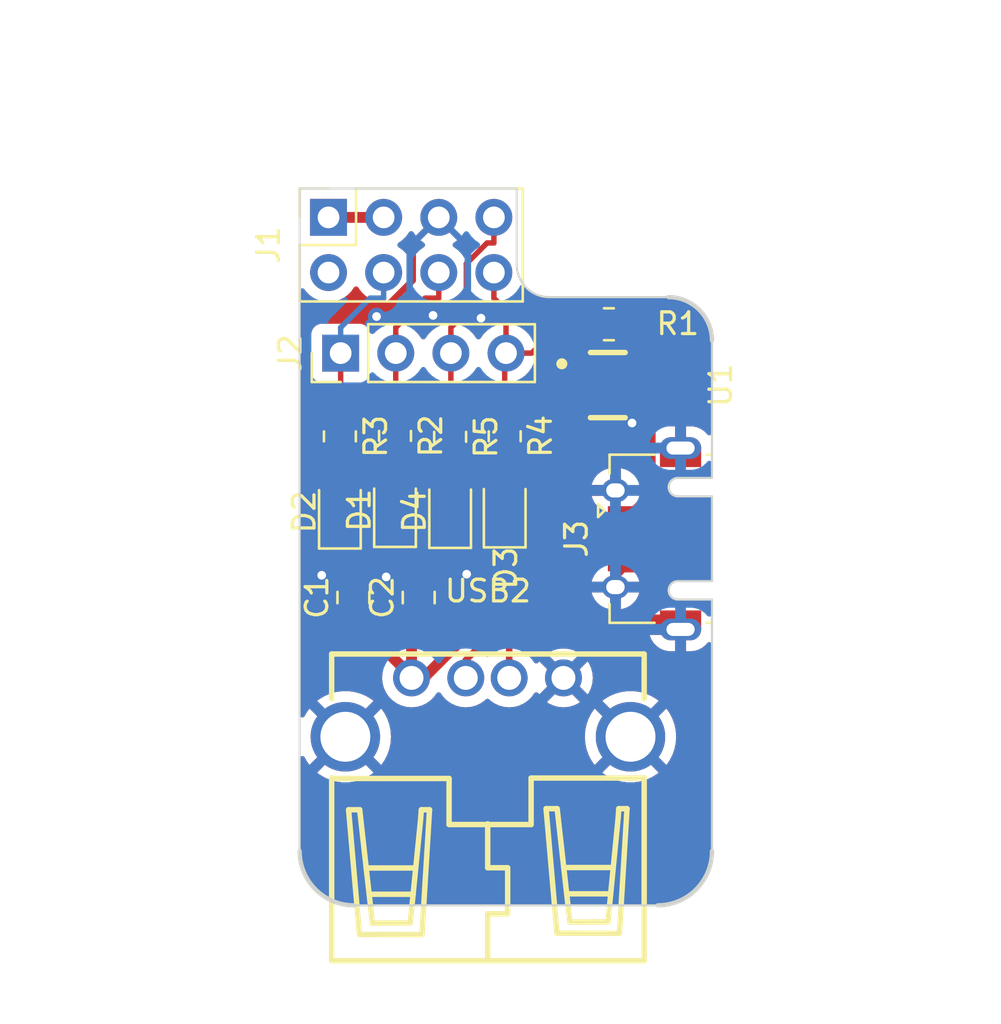
<source format=kicad_pcb>
(kicad_pcb (version 20221018) (generator pcbnew)
  (layers (0 "F.Cu" signal) (31 "B.Cu" signal) (34 "B.Paste" user) (35 "F.Paste" user) (36 "B.SilkS" user "B.Silkscreen") (37 "F.SilkS" user "F.Silkscreen") (38 "B.Mask" user) (39 "F.Mask" user) (44 "Edge.Cuts" user))
  (net 0 "")
  (net 1 "Net-(D1-A)")
  (net 2 "Net-(D2-A)")
  (net 3 "GND")
  (net 4 "/D-")
  (net 5 "/D+")
  (net 6 "Net-(D3-A)")
  (net 7 "+3V3")
  (net 8 "/GPIO4_B4")
  (net 9 "/GPIO4_B5")
  (net 10 "/GPIO4_A4")
  (net 11 "+5V")
  (net 12 "/GPIO0_D1")
  (net 13 "Net-(D4-A)")
  (net 15 "/VIN")
  (net 16 "/VOUT")
  (footprint "Resistor_SMD:R_0805_2012Metric" (layer "F.Cu") (at 66.8188 67.0484)
    (fp_text reference "R1" (at 3.1744 -0.027) (layer "F.SilkS"))
    (fp_text value "R")
    (fp_line (start -0.227064 -0.735) (end 0.227064 -0.735) (stroke (width 0.12)) (layer "F.SilkS"))
    (fp_line (start -0.227064 0.735) (end 0.227064 0.735) (stroke (width 0.12)) (layer "F.SilkS"))
    (pad "1" smd roundrect (at -0.9125 0) (size 1.025 1.4) (layers "F.Cu" "F.Paste" "F.Mask") (roundrect_rratio 0.243902) (net 10 "/GPIO4_A4"))
    (pad "2" smd roundrect (at 0.9125 0) (size 1.025 1.4) (layers "F.Cu" "F.Paste" "F.Mask") (roundrect_rratio 0.243902) (net 3 "GND"))
  )
  (footprint "LED_SMD:LED_0805_2012Metric" (layer "F.Cu") (at 59.503 75.6589 90)
    (fp_text reference "D4" (at 0 -1.65 90) (layer "F.SilkS"))
    (fp_text value "LED")
    (fp_line (start -1.685 -0.96) (end -1.685 0.96) (stroke (width 0.12)) (layer "F.SilkS"))
    (fp_line (start -1.685 0.96) (end 1 0.96) (stroke (width 0.12)) (layer "F.SilkS"))
    (fp_line (start 1 -0.96) (end -1.685 -0.96) (stroke (width 0.12)) (layer "F.SilkS"))
    (pad "1" smd roundrect (at -0.9375 0 90) (size 0.975 1.4) (layers "F.Cu" "F.Paste" "F.Mask") (net 3 "GND"))
    (pad "2" smd roundrect (at 0.9375 0 90) (size 0.975 1.4) (layers "F.Cu" "F.Paste" "F.Mask") (net 13 "Net-(D4-A)"))
  )
  (footprint "sip.pretty:TSOT-23-6_L2.9-W1.6-P0.95-LS2.8-BL" (layer "F.Cu") (at 66.7688 69.8484 -90)
    (fp_text reference "U1" (at 0 -5.2 90) (layer "F.SilkS"))
    (fp_text value "SIP32509DT-T1-GE3")
    (fp_line (start -1.5 0.8) (end -1.5 -0.8) (stroke (width 0.25)) (layer "F.SilkS"))
    (fp_line (start 1.5 -0.8) (end 1.5 0.8) (stroke (width 0.25)) (layer "F.SilkS"))
    (fp_circle (center -0.98 2.12) (end -0.85 2.12) (stroke (width 0.25)) (fill none) (layer "F.SilkS"))
    (pad "1" smd rect (at -0.95 1.2 270) (size 0.55 1.2) (layers "F.Cu" "F.Paste" "F.Mask") (net 16 "/VOUT"))
    (pad "2" smd rect (at 0 1.2 270) (size 0.55 1.2) (layers "F.Cu" "F.Paste" "F.Mask") (net 16 "/VOUT"))
    (pad "3" smd rect (at 0.95 1.2 270) (size 0.55 1.2) (layers "F.Cu" "F.Paste" "F.Mask") (net 10 "/GPIO4_A4"))
    (pad "4" smd rect (at 0.95 -1.2 270) (size 0.55 1.2) (layers "F.Cu" "F.Paste" "F.Mask") (net 3 "GND"))
    (pad "5" smd rect (at 0 -1.2 270) (size 0.55 1.2) (layers "F.Cu" "F.Paste" "F.Mask") (net 15 "/VIN"))
    (pad "6" smd rect (at -0.95 -1.2 270) (size 0.55 1.2) (layers "F.Cu" "F.Paste" "F.Mask") (net 15 "/VIN"))
  )
  (footprint "Resistor_SMD:R_0805_2012Metric" (layer "F.Cu") (at 59.503 72.2303 -90)
    (fp_text reference "R5" (at 0 -1.65 90) (layer "F.SilkS"))
    (fp_text value "R")
    (fp_line (start -0.227064 -0.735) (end 0.227064 -0.735) (stroke (width 0.12)) (layer "F.SilkS"))
    (fp_line (start -0.227064 0.735) (end 0.227064 0.735) (stroke (width 0.12)) (layer "F.SilkS"))
    (pad "1" smd roundrect (at -0.9125 0 270) (size 1.025 1.4) (layers "F.Cu" "F.Paste" "F.Mask") (roundrect_rratio 0.243902) (net 12 "/GPIO0_D1"))
    (pad "2" smd roundrect (at 0.9125 0 270) (size 1.025 1.4) (layers "F.Cu" "F.Paste" "F.Mask") (roundrect_rratio 0.243902) (net 13 "Net-(D4-A)"))
  )
  (footprint "Connector_USB:USB_Micro-AB_Molex_47590-0001" (layer "F.Cu") (at 70.1202 76.9222 90)
    (fp_text reference "J3" (at 0 -4.8 90) (layer "F.SilkS"))
    (fp_text value "USB_B_Micro")
    (fp_line (start -3.87 -3.27) (end -3.87 -1.2) (stroke (width 0.12)) (layer "F.SilkS"))
    (fp_line (start -3.87 -3.27) (end -3 -3.27) (stroke (width 0.12)) (layer "F.SilkS"))
    (fp_line (start -3.87 1.2) (end -3.87 1.45) (stroke (width 0.12)) (layer "F.SilkS"))
    (fp_line (start 1 -3.8) (end 1.6 -3.8) (stroke (width 0.12)) (layer "F.SilkS"))
    (fp_line (start 1.3 -3.5) (end 1 -3.8) (stroke (width 0.12)) (layer "F.SilkS"))
    (fp_line (start 1.3 -3.5) (end 1.6 -3.8) (stroke (width 0.12)) (layer "F.SilkS"))
    (fp_line (start 3 -3.27) (end 3.87 -3.27) (stroke (width 0.12)) (layer "F.SilkS"))
    (fp_line (start 3.87 -3.27) (end 3.87 -1.2) (stroke (width 0.12)) (layer "F.SilkS"))
    (fp_line (start 3.87 1.2) (end 3.87 1.45) (stroke (width 0.12)) (layer "F.SilkS"))
    (fp_line (start -3.75 1.45) (end -2.8 1.45) (stroke (width 0.1)) (layer "Edge.Cuts"))
    (fp_line (start -2.8 -0.125) (end -2.8 1.45) (stroke (width 0.1)) (layer "Edge.Cuts"))
    (fp_line (start -1.95 -0.125) (end -1.95 1.45) (stroke (width 0.1)) (layer "Edge.Cuts"))
    (fp_line (start -1.95 1.45) (end 1.95 1.45) (stroke (width 0.1)) (layer "Edge.Cuts"))
    (fp_line (start 1.95 -0.125) (end 1.95 1.45) (stroke (width 0.1)) (layer "Edge.Cuts"))
    (fp_line (start 2.8 -0.125) (end 2.8 1.45) (stroke (width 0.1)) (layer "Edge.Cuts"))
    (fp_line (start 2.8 1.45) (end 3.75 1.45) (stroke (width 0.1)) (layer "Edge.Cuts"))
    (fp_arc (start -2.8 -0.125) (mid -2.375 -0.55) (end -1.95 -0.125) (stroke (width 0.1)) (layer "Edge.Cuts"))
    (fp_arc (start 1.95 -0.125) (mid 2.375 -0.55) (end 2.8 -0.125) (stroke (width 0.1)) (layer "Edge.Cuts"))
    (pad "1" smd rect (at 1.3 -2.675 90) (size 0.4 1.35) (layers "F.Cu" "F.Paste" "F.Mask") (net 15 "/VIN"))
    (pad "2" smd rect (at 0.65 -2.675 90) (size 0.4 1.35) (layers "F.Cu" "F.Paste" "F.Mask") (net 4 "/D-"))
    (pad "3" smd rect (at 0 -2.675 90) (size 0.4 1.35) (layers "F.Cu" "F.Paste" "F.Mask") (net 5 "/D+"))
    (pad "4" smd rect (at -0.65 -2.675 90) (size 0.4 1.35) (layers "F.Cu" "F.Paste" "F.Mask"))
    (pad "5" smd rect (at -1.3 -2.675 90) (size 0.4 1.35) (layers "F.Cu" "F.Paste" "F.Mask") (net 3 "GND"))
    (pad "6" thru_hole oval (at -4.175 0 90) (size 1 1.9) (drill oval 0.6 1.3) (layers "*.Cu" "*.Mask") (net 3 "GND"))
    (pad "6" smd rect (at -3.7375 0 90) (size 0.875 1.9) (layers "F.Cu" "F.Mask") (net 3 "GND"))
    (pad "6" thru_hole oval (at -2.225 -3 90) (size 1.05 1.25) (drill oval 0.65 0.85) (layers "*.Cu" "*.Mask") (net 3 "GND"))
    (pad "6" smd rect (at 0 0 90) (size 2.9 1.9) (layers "F.Cu" "F.Paste" "F.Mask") (net 3 "GND"))
    (pad "6" thru_hole oval (at 2.225 -3 90) (size 1.05 1.25) (drill oval 0.65 0.85) (layers "*.Cu" "*.Mask") (net 3 "GND"))
    (pad "6" smd rect (at 3.7375 0 90) (size 0.875 1.9) (layers "F.Cu" "F.Mask") (net 3 "GND"))
    (pad "6" thru_hole oval (at 4.175 0 90) (size 1 1.9) (drill oval 0.6 1.3) (layers "*.Cu" "*.Mask") (net 3 "GND"))
  )
  (footprint "Connector_PinSocket_2.54mm:PinSocket_2x04_P2.54mm_Vertical" (layer "F.Cu") (at 53.8988 62.1284 90)
    (fp_text reference "J1" (at -1.27 -2.77 90) (layer "F.SilkS"))
    (fp_text value "Conn_02x04_Odd_Even")
    (fp_line (start -3.87 -1.33) (end -3.87 8.95) (stroke (width 0.12)) (layer "F.SilkS"))
    (fp_line (start -3.87 -1.33) (end -1.27 -1.33) (stroke (width 0.12)) (layer "F.SilkS"))
    (fp_line (start -3.87 8.95) (end 1.33 8.95) (stroke (width 0.12)) (layer "F.SilkS"))
    (fp_line (start -1.27 -1.33) (end -1.27 1.27) (stroke (width 0.12)) (layer "F.SilkS"))
    (fp_line (start -1.27 1.27) (end 1.33 1.27) (stroke (width 0.12)) (layer "F.SilkS"))
    (fp_line (start 0 -1.33) (end 1.33 -1.33) (stroke (width 0.12)) (layer "F.SilkS"))
    (fp_line (start 1.33 -1.33) (end 1.33 0) (stroke (width 0.12)) (layer "F.SilkS"))
    (fp_line (start 1.33 1.27) (end 1.33 8.95) (stroke (width 0.12)) (layer "F.SilkS"))
    (pad "1" thru_hole rect (at 0 0 90) (size 1.7 1.7) (drill 1) (layers "*.Cu" "*.Mask") (net 11 "+5V"))
    (pad "2" thru_hole oval (at -2.54 0 90) (size 1.7 1.7) (drill 1) (layers "*.Cu" "*.Mask") (net 7 "+3V3"))
    (pad "3" thru_hole oval (at 0 2.54 90) (size 1.7 1.7) (drill 1) (layers "*.Cu" "*.Mask") (net 11 "+5V"))
    (pad "4" thru_hole oval (at -2.54 2.54 90) (size 1.7 1.7) (drill 1) (layers "*.Cu" "*.Mask") (net 8 "/GPIO4_B4"))
    (pad "5" thru_hole oval (at 0 5.08 90) (size 1.7 1.7) (drill 1) (layers "*.Cu" "*.Mask") (net 3 "GND"))
    (pad "6" thru_hole oval (at -2.54 5.08 90) (size 1.7 1.7) (drill 1) (layers "*.Cu" "*.Mask") (net 9 "/GPIO4_B5"))
    (pad "7" thru_hole oval (at 0 7.62 90) (size 1.7 1.7) (drill 1) (layers "*.Cu" "*.Mask") (net 12 "/GPIO0_D1"))
    (pad "8" thru_hole oval (at -2.54 7.62 90) (size 1.7 1.7) (drill 1) (layers "*.Cu" "*.Mask") (net 10 "/GPIO4_A4"))
  )
  (footprint "Capacitor_SMD:C_0805_2012Metric" (layer "F.Cu") (at 55.0452 79.63 90)
    (fp_text reference "C1" (at 0 -1.68 90) (layer "F.SilkS"))
    (fp_text value "10uF")
    (fp_line (start -0.261252 -0.735) (end 0.261252 -0.735) (stroke (width 0.12)) (layer "F.SilkS"))
    (fp_line (start -0.261252 0.735) (end 0.261252 0.735) (stroke (width 0.12)) (layer "F.SilkS"))
    (pad "1" smd roundrect (at -0.95 0 90) (size 1 1.45) (layers "F.Cu" "F.Paste" "F.Mask") (net 16 "/VOUT"))
    (pad "2" smd roundrect (at 0.95 0 90) (size 1 1.45) (layers "F.Cu" "F.Paste" "F.Mask") (net 3 "GND"))
  )
  (footprint "LED_SMD:LED_0805_2012Metric" (layer "F.Cu") (at 56.963 75.6127 90)
    (fp_text reference "D1" (at 0 -1.65 90) (layer "F.SilkS"))
    (fp_text value "LED")
    (fp_line (start -1.685 -0.96) (end -1.685 0.96) (stroke (width 0.12)) (layer "F.SilkS"))
    (fp_line (start -1.685 0.96) (end 1 0.96) (stroke (width 0.12)) (layer "F.SilkS"))
    (fp_line (start 1 -0.96) (end -1.685 -0.96) (stroke (width 0.12)) (layer "F.SilkS"))
    (pad "1" smd roundrect (at -0.9375 0 90) (size 0.975 1.4) (layers "F.Cu" "F.Paste" "F.Mask") (net 3 "GND"))
    (pad "2" smd roundrect (at 0.9375 0 90) (size 0.975 1.4) (layers "F.Cu" "F.Paste" "F.Mask") (net 1 "Net-(D1-A)"))
  )
  (footprint "usb.pretty:USB-A-TH_AF-WJDG" (layer "F.Cu") (at 61.244 84.6881)
    (fp_text reference "USB2" (at 0 -5.36) (layer "F.SilkS"))
    (fp_text value "AF 90° WJDG")
    (fp_line (start -7.2 -2.46) (end -7.2 -0.4) (stroke (width 0.25)) (layer "F.SilkS"))
    (fp_line (start -7.2 -2.46) (end 7.2 -2.46) (stroke (width 0.25)) (layer "F.SilkS"))
    (fp_line (start -7.2 3.24) (end -7.2 11.66) (stroke (width 0.25)) (layer "F.SilkS"))
    (fp_line (start -7.2 11.66) (end 7.2 11.66) (stroke (width 0.25)) (layer "F.SilkS"))
    (fp_line (start -6.42 4.71) (end -5.91 4.71) (stroke (width 0.25)) (layer "F.SilkS"))
    (fp_line (start -5.92 10.45) (end -6.42 4.71) (stroke (width 0.25)) (layer "F.SilkS"))
    (fp_line (start -5.91 4.71) (end -5.4 9.25) (stroke (width 0.25)) (layer "F.SilkS"))
    (fp_line (start -5.61 7.39) (end -3.35 7.39) (stroke (width 0.25)) (layer "F.SilkS"))
    (fp_line (start -5.47 8.6) (end -3.44 8.6) (stroke (width 0.25)) (layer "F.SilkS"))
    (fp_line (start -5.4 9.25) (end -5.33 9.93) (stroke (width 0.25)) (layer "F.SilkS"))
    (fp_line (start -5.33 9.93) (end -3.58 9.92) (stroke (width 0.25)) (layer "F.SilkS"))
    (fp_line (start -3.58 9.92) (end -3.1 5.14) (stroke (width 0.25)) (layer "F.SilkS"))
    (fp_line (start -3.1 5.14) (end -3.07 4.71) (stroke (width 0.25)) (layer "F.SilkS"))
    (fp_line (start -3.07 4.71) (end -2.69 4.71) (stroke (width 0.25)) (layer "F.SilkS"))
    (fp_line (start -3.04 10.46) (end -5.92 10.45) (stroke (width 0.25)) (layer "F.SilkS"))
    (fp_line (start -2.69 4.71) (end -3.04 10.46) (stroke (width 0.25)) (layer "F.SilkS"))
    (fp_line (start -1.79 3.27) (end -7.19 3.27) (stroke (width 0.25)) (layer "F.SilkS"))
    (fp_line (start -1.79 5.39) (end -1.79 3.27) (stroke (width 0.25)) (layer "F.SilkS"))
    (fp_line (start -0.01 5.36) (end -0.01 7.38) (stroke (width 0.25)) (layer "F.SilkS"))
    (fp_line (start -0.01 7.38) (end 0.91 7.38) (stroke (width 0.25)) (layer "F.SilkS"))
    (fp_line (start -0.01 9.5) (end -0.01 11.53) (stroke (width 0.25)) (layer "F.SilkS"))
    (fp_line (start 0.91 7.38) (end 0.91 9.5) (stroke (width 0.25)) (layer "F.SilkS"))
    (fp_line (start 0.91 9.5) (end -0.01 9.5) (stroke (width 0.25)) (layer "F.SilkS"))
    (fp_line (start 1.99 3.25) (end 1.99 5.39) (stroke (width 0.25)) (layer "F.SilkS"))
    (fp_line (start 1.99 5.39) (end -1.79 5.39) (stroke (width 0.25)) (layer "F.SilkS"))
    (fp_line (start 2.68 4.66) (end 3.19 4.66) (stroke (width 0.25)) (layer "F.SilkS"))
    (fp_line (start 3.18 10.39) (end 2.68 4.66) (stroke (width 0.25)) (layer "F.SilkS"))
    (fp_line (start 3.19 4.66) (end 3.7 9.2) (stroke (width 0.25)) (layer "F.SilkS"))
    (fp_line (start 3.49 7.37) (end 5.75 7.37) (stroke (width 0.25)) (layer "F.SilkS"))
    (fp_line (start 3.63 8.58) (end 5.66 8.58) (stroke (width 0.25)) (layer "F.SilkS"))
    (fp_line (start 3.7 9.2) (end 3.78 9.88) (stroke (width 0.25)) (layer "F.SilkS"))
    (fp_line (start 3.78 9.88) (end 5.53 9.87) (stroke (width 0.25)) (layer "F.SilkS"))
    (fp_line (start 5.53 9.87) (end 6 5.09) (stroke (width 0.25)) (layer "F.SilkS"))
    (fp_line (start 6 5.09) (end 6.03 4.66) (stroke (width 0.25)) (layer "F.SilkS"))
    (fp_line (start 6.03 4.66) (end 6.41 4.66) (stroke (width 0.25)) (layer "F.SilkS"))
    (fp_line (start 6.06 10.4) (end 3.18 10.39) (stroke (width 0.25)) (layer "F.SilkS"))
    (fp_line (start 6.41 4.66) (end 6.06 10.4) (stroke (width 0.25)) (layer "F.SilkS"))
    (fp_line (start 7.19 3.25) (end 1.99 3.25) (stroke (width 0.25)) (layer "F.SilkS"))
    (fp_line (start 7.2 -2.46) (end 7.2 -0.4) (stroke (width 0.25)) (layer "F.SilkS"))
    (fp_line (start 7.2 3.24) (end 7.2 11.66) (stroke (width 0.25)) (layer "F.SilkS"))
    (pad "1" thru_hole circle (at -3.52 -1.36 270) (size 1.7 1.7) (drill 1.100023) (layers "*.Cu" "*.Mask") (net 16 "/VOUT"))
    (pad "2" thru_hole circle (at -1.02 -1.36 270) (size 1.7 1.7) (drill 1.100023) (layers "*.Cu" "*.Mask") (net 4 "/D-"))
    (pad "3" thru_hole circle (at 0.98 -1.36 270) (size 1.7 1.7) (drill 1.100023) (layers "*.Cu" "*.Mask") (net 5 "/D+"))
    (pad "4" thru_hole circle (at 3.48 -1.36 270) (size 1.7 1.7) (drill 1.100023) (layers "*.Cu" "*.Mask") (net 3 "GND"))
    (pad "5" thru_hole circle (at -6.57 1.35 90) (size 3.2 3.2) (drill 2.300021) (layers "*.Cu" "*.Mask") (net 3 "GND"))
    (pad "5" thru_hole circle (at 6.57 1.35 90) (size 3.2 3.2) (drill 2.300021) (layers "*.Cu" "*.Mask") (net 3 "GND"))
  )
  (footprint "Resistor_SMD:R_0805_2012Metric" (layer "F.Cu") (at 56.963 72.1879 -90)
    (fp_text reference "R2" (at 0 -1.65 90) (layer "F.SilkS"))
    (fp_text value "R")
    (fp_line (start -0.227064 -0.735) (end 0.227064 -0.735) (stroke (width 0.12)) (layer "F.SilkS"))
    (fp_line (start -0.227064 0.735) (end 0.227064 0.735) (stroke (width 0.12)) (layer "F.SilkS"))
    (pad "1" smd roundrect (at -0.9125 0 270) (size 1.025 1.4) (layers "F.Cu" "F.Paste" "F.Mask") (roundrect_rratio 0.243902) (net 9 "/GPIO4_B5"))
    (pad "2" smd roundrect (at 0.9125 0 270) (size 1.025 1.4) (layers "F.Cu" "F.Paste" "F.Mask") (roundrect_rratio 0.243902) (net 1 "Net-(D1-A)"))
  )
  (footprint "Resistor_SMD:R_0805_2012Metric" (layer "F.Cu") (at 62.0176 72.2049 -90)
    (fp_text reference "R4" (at 0 -1.65 90) (layer "F.SilkS"))
    (fp_text value "R")
    (fp_line (start -0.227064 -0.735) (end 0.227064 -0.735) (stroke (width 0.12)) (layer "F.SilkS"))
    (fp_line (start -0.227064 0.735) (end 0.227064 0.735) (stroke (width 0.12)) (layer "F.SilkS"))
    (pad "1" smd roundrect (at -0.9125 0 270) (size 1.025 1.4) (layers "F.Cu" "F.Paste" "F.Mask") (roundrect_rratio 0.243902) (net 10 "/GPIO4_A4"))
    (pad "2" smd roundrect (at 0.9125 0 270) (size 1.025 1.4) (layers "F.Cu" "F.Paste" "F.Mask") (roundrect_rratio 0.243902) (net 6 "Net-(D3-A)"))
  )
  (footprint "LED_SMD:LED_0805_2012Metric" (layer "F.Cu") (at 54.423 75.6866 90)
    (fp_text reference "D2" (at 0 -1.65 90) (layer "F.SilkS"))
    (fp_text value "LED")
    (fp_line (start -1.685 -0.96) (end -1.685 0.96) (stroke (width 0.12)) (layer "F.SilkS"))
    (fp_line (start -1.685 0.96) (end 1 0.96) (stroke (width 0.12)) (layer "F.SilkS"))
    (fp_line (start 1 -0.96) (end -1.685 -0.96) (stroke (width 0.12)) (layer "F.SilkS"))
    (pad "1" smd roundrect (at -0.9375 0 90) (size 0.975 1.4) (layers "F.Cu" "F.Paste" "F.Mask") (net 3 "GND"))
    (pad "2" smd roundrect (at 0.9375 0 90) (size 0.975 1.4) (layers "F.Cu" "F.Paste" "F.Mask") (net 2 "Net-(D2-A)"))
  )
  (footprint "Connector_PinHeader_2.54mm:PinHeader_1x04_P2.54mm_Vertical" (layer "F.Cu") (at 54.4576 68.3768 90)
    (fp_text reference "J2" (at 0 -2.33 90) (layer "F.SilkS"))
    (fp_text value "Conn_01x04_Pin")
    (fp_line (start -1.33 -1.33) (end 0 -1.33) (stroke (width 0.12)) (layer "F.SilkS"))
    (fp_line (start -1.33 0) (end -1.33 -1.33) (stroke (width 0.12)) (layer "F.SilkS"))
    (fp_line (start -1.33 1.27) (end -1.33 8.95) (stroke (width 0.12)) (layer "F.SilkS"))
    (fp_line (start -1.33 1.27) (end 1.33 1.27) (stroke (width 0.12)) (layer "F.SilkS"))
    (fp_line (start -1.33 8.95) (end 1.33 8.95) (stroke (width 0.12)) (layer "F.SilkS"))
    (fp_line (start 1.33 1.27) (end 1.33 8.95) (stroke (width 0.12)) (layer "F.SilkS"))
    (pad "1" thru_hole rect locked (at 0 0 90) (size 1.7 1.7) (drill 1) (layers "*.Cu" "*.Mask") (net 8 "/GPIO4_B4"))
    (pad "2" thru_hole oval locked (at 0 2.54 90) (size 1.7 1.7) (drill 1) (layers "*.Cu" "*.Mask") (net 9 "/GPIO4_B5"))
    (pad "3" thru_hole oval locked (at 0 5.08 90) (size 1.7 1.7) (drill 1) (layers "*.Cu" "*.Mask") (net 12 "/GPIO0_D1"))
    (pad "4" thru_hole oval locked (at 0 7.62 90) (size 1.7 1.7) (drill 1) (layers "*.Cu" "*.Mask") (net 10 "/GPIO4_A4"))
  )
  (footprint "LED_SMD:LED_0805_2012Metric" (layer "F.Cu") (at 62.0176 75.6343 90)
    (fp_text reference "D3" (at -2.6416 0.0508 90) (layer "F.SilkS"))
    (fp_text value "LED")
    (fp_line (start -1.685 -0.96) (end -1.685 0.96) (stroke (width 0.12)) (layer "F.SilkS"))
    (fp_line (start -1.685 0.96) (end 1 0.96) (stroke (width 0.12)) (layer "F.SilkS"))
    (fp_line (start 1 -0.96) (end -1.685 -0.96) (stroke (width 0.12)) (layer "F.SilkS"))
    (pad "1" smd roundrect (at -0.9375 0 90) (size 0.975 1.4) (layers "F.Cu" "F.Paste" "F.Mask") (net 3 "GND"))
    (pad "2" smd roundrect (at 0.9375 0 90) (size 0.975 1.4) (layers "F.Cu" "F.Paste" "F.Mask") (net 6 "Net-(D3-A)"))
  )
  (footprint "Capacitor_SMD:C_0805_2012Metric" (layer "F.Cu") (at 58.0552 79.63 90)
    (fp_text reference "C2" (at 0 -1.68 90) (layer "F.SilkS"))
    (fp_text value "100nF")
    (fp_line (start -0.261252 -0.735) (end 0.261252 -0.735) (stroke (width 0.12)) (layer "F.SilkS"))
    (fp_line (start -0.261252 0.735) (end 0.261252 0.735) (stroke (width 0.12)) (layer "F.SilkS"))
    (pad "1" smd roundrect (at -0.95 0 90) (size 1 1.45) (layers "F.Cu" "F.Paste" "F.Mask") (net 16 "/VOUT"))
    (pad "2" smd roundrect (at 0.95 0 90) (size 1 1.45) (layers "F.Cu" "F.Paste" "F.Mask") (net 3 "GND"))
  )
  (footprint "Resistor_SMD:R_0805_2012Metric" (layer "F.Cu") (at 54.423 72.2091 -90)
    (fp_text reference "R3" (at 0 -1.65 90) (layer "F.SilkS"))
    (fp_text value "R")
    (fp_line (start -0.227064 -0.735) (end 0.227064 -0.735) (stroke (width 0.12)) (layer "F.SilkS"))
    (fp_line (start -0.227064 0.735) (end 0.227064 0.735) (stroke (width 0.12)) (layer "F.SilkS"))
    (pad "1" smd roundrect (at -0.9125 0 270) (size 1.025 1.4) (layers "F.Cu" "F.Paste" "F.Mask") (roundrect_rratio 0.243902) (net 8 "/GPIO4_B4"))
    (pad "2" smd roundrect (at 0.9125 0 270) (size 1.025 1.4) (layers "F.Cu" "F.Paste" "F.Mask") (roundrect_rratio 0.243902) (net 2 "Net-(D2-A)"))
  )
  (gr_arc (start 69.5688 65.7984) (mid 70.983014 66.384186) (end 71.5688 67.7984) (stroke (width 0.2)) (layer "Edge.Cuts"))
  (gr_line (start 52.5688 91.2984) (end 52.5688 60.7984) (stroke (width 0.1)) (layer "Edge.Cuts"))
  (gr_arc (start 71.5688 91.2984) (mid 70.836567 93.066166) (end 69.0688 93.7984) (stroke (width 0.2)) (layer "Edge.Cuts"))
  (gr_arc (start 55.0688 93.7984) (mid 53.301034 93.066167) (end 52.5688 91.2984) (stroke (width 0.2)) (layer "Edge.Cuts"))
  (gr_line (start 64.0688 65.7984) (end 69.5688 65.7984) (stroke (width 0.1)) (layer "Edge.Cuts"))
  (gr_line (start 69.0688 93.7984) (end 55.0688 93.7984) (stroke (width 0.1)) (layer "Edge.Cuts"))
  (gr_arc (start 64.0688 65.7984) (mid 63.00814 65.35906) (end 62.5688 64.2984) (stroke (width 0.1)) (layer "Edge.Cuts"))
  (gr_line (start 52.5688 60.7984) (end 62.5688 60.7984) (stroke (width 0.1)) (layer "Edge.Cuts"))
  (gr_line (start 71.5702 73.1722) (end 71.5702 67.7984) (stroke (width 0.1)) (layer "Edge.Cuts"))
  (gr_line (start 62.5688 60.7984) (end 62.5688 64.2984) (stroke (width 0.1)) (layer "Edge.Cuts"))
  (gr_line (start 71.5702 80.6722) (end 71.5702 91.2984) (stroke (width 0.1)) (layer "Edge.Cuts"))
  (segment (start 56.963 74.6752) (end 56.963 73.1004) (width 0.25) (layer "F.Cu") (net 1))
  (segment (start 54.423 74.7491) (end 54.423 73.1216) (width 0.25) (layer "F.Cu") (net 2))
  (segment (start 67.9688 70.7984) (end 67.9688 71.5096) (width 0.3) (layer "F.Cu") (net 3))
  (segment (start 67.1202 79.1472) (end 67.1202 78.5472) (width 0.5) (layer "F.Cu") (net 3))
  (segment (start 54.423 76.6241) (end 56.8891 76.6241) (width 0.5) (layer "F.Cu") (net 3))
  (segment (start 67.1202 78.5472) (end 67.4452 78.2222) (width 0.5) (layer "F.Cu") (net 3))
  (segment (start 59.9298 76.1696) (end 59.503 76.5964) (width 0.5) (layer "F.Cu") (net 3))
  (segment (start 54.423 76.6241) (end 54.423 78.0578) (width 0.5) (layer "F.Cu") (net 3))
  (segment (start 56.963 78.2736) (end 56.5566 78.68) (width 0.5) (layer "F.Cu") (net 3))
  (segment (start 62.043 76.1696) (end 59.9298 76.1696) (width 0.5) (layer "F.Cu") (net 3))
  (segment (start 54.423 76.6241) (end 53.5848 77.4623) (width 0.5) (layer "F.Cu") (net 3))
  (segment (start 56.963 76.5502) (end 56.963 78.2736) (width 0.5) (layer "F.Cu") (net 3))
  (segment (start 56.8891 76.6241) (end 56.963 76.5502) (width 0.5) (layer "F.Cu") (net 3))
  (segment (start 56.963 76.5502) (end 59.4568 76.5502) (width 0.5) (layer "F.Cu") (net 3))
  (segment (start 58.9788 62.1284) (end 57.7788 63.3284) (width 0.3) (layer "F.Cu") (net 3))
  (segment (start 70.1202 76.9222) (end 68.8202 78.2222) (width 0.5) (layer "F.Cu") (net 3))
  (segment (start 68.8202 78.2222) (end 67.4452 78.2222) (width 0.5) (layer "F.Cu") (net 3))
  (segment (start 59.503 76.5964) (end 59.503 77.791) (width 0.5) (layer "F.Cu") (net 3))
  (segment (start 59.4568 76.5502) (end 59.503 76.5964) (width 0.5) (layer "F.Cu") (net 3))
  (segment (start 54.423 78.0578) (end 55.0452 78.68) (width 0.5) (layer "F.Cu") (net 3))
  (segment (start 55.947 66.6912) (end 56.113057 66.6912) (width 0.3) (layer "F.Cu") (net 3))
  (segment (start 57.7788 63.3284) (end 57.7788 65.025457) (width 0.3) (layer "F.Cu") (net 3))
  (segment (start 57.7788 65.025457) (end 56.113057 66.6912) (width 0.3) (layer "F.Cu") (net 3))
  (segment (start 59.503 77.791) (end 60.265 78.553) (width 0.5) (layer "F.Cu") (net 3))
  (segment (start 67.9688 71.5096) (end 67.885 71.5934) (width 0.3) (layer "F.Cu") (net 3))
  (segment (start 53.5848 77.4623) (end 53.5848 78.6038) (width 0.5) (layer "F.Cu") (net 3))
  (via (at 53.5848 78.6038) (size 0.8) (drill 0.4) (layers "F.Cu" "B.Cu") (net 3))
  (via (at 67.885 71.5934) (size 0.8) (drill 0.4) (layers "F.Cu" "B.Cu") (net 3))
  (via (at 60.9254 66.7674) (size 0.8) (drill 0.4) (layers "F.Cu" "B.Cu") (net 3))
  (via (at 60.265 78.553) (size 0.8) (drill 0.4) (layers "F.Cu" "B.Cu") (net 3))
  (via (at 56.5566 78.68) (size 0.8) (drill 0.4) (layers "F.Cu" "B.Cu") (net 3))
  (via (at 56.113057 66.6912) (size 0.8) (drill 0.4) (layers "F.Cu" "B.Cu") (net 3))
  (via (at 58.7156 66.6404) (size 0.8) (drill 0.4) (layers "F.Cu" "B.Cu") (net 3))
  (segment (start 58.9788 62.1284) (end 57.6388 63.4684) (width 0.3) (layer "B.Cu") (net 3))
  (segment (start 60.3188 63.4684) (end 60.3188 66.1608) (width 0.3) (layer "B.Cu") (net 3))
  (segment (start 57.6388 65.5636) (end 58.7156 66.6404) (width 0.3) (layer "B.Cu") (net 3))
  (segment (start 60.3188 66.1608) (end 60.9254 66.7674) (width 0.3) (layer "B.Cu") (net 3))
  (segment (start 57.6388 63.4684) (end 57.6388 65.5636) (width 0.3) (layer "B.Cu") (net 3))
  (segment (start 58.9788 62.1284) (end 60.3188 63.4684) (width 0.3) (layer "B.Cu") (net 3))
  (segment (start 60.224 82.511293) (end 60.224 83.3281) (width 0.3) (layer "F.Cu") (net 4))
  (segment (start 66.463093 76.2722) (end 60.224 82.511293) (width 0.3) (layer "F.Cu") (net 4))
  (segment (start 67.4452 76.2722) (end 66.463093 76.2722) (width 0.3) (layer "F.Cu") (net 4))
  (segment (start 66.520199 76.9222) (end 62.224 81.218399) (width 0.3) (layer "F.Cu") (net 5))
  (segment (start 67.4452 76.9222) (end 66.520199 76.9222) (width 0.3) (layer "F.Cu") (net 5))
  (segment (start 62.224 81.218399) (end 62.224 83.3281) (width 0.3) (layer "F.Cu") (net 5))
  (segment (start 62.043 74.2946) (end 62.043 72.7152) (width 0.25) (layer "F.Cu") (net 6))
  (segment (start 54.4576 71.262) (end 54.423 71.2966) (width 0.25) (layer "F.Cu") (net 8))
  (segment (start 54.4576 68.3768) (end 54.4576 71.262) (width 0.25) (layer "F.Cu") (net 8))
  (segment (start 56.4388 65.8453) (end 55.8122 65.8453) (width 0.25) (layer "B.Cu") (net 8))
  (segment (start 56.4388 64.6684) (end 56.4388 65.8453) (width 0.25) (layer "B.Cu") (net 8))
  (segment (start 54.4576 68.3768) (end 54.4576 67.1999) (width 0.25) (layer "B.Cu") (net 8))
  (segment (start 55.8122 65.8453) (end 54.4576 67.1999) (width 0.25) (layer "B.Cu") (net 8))
  (segment (start 56.9976 68.3768) (end 56.9976 71.2408) (width 0.25) (layer "F.Cu") (net 9))
  (segment (start 56.9976 71.2408) (end 56.963 71.2754) (width 0.25) (layer "F.Cu") (net 9))
  (segment (start 58.9788 65.8453) (end 58.3522 65.8453) (width 0.25) (layer "F.Cu") (net 9))
  (segment (start 58.3522 65.8453) (end 56.9976 67.1999) (width 0.25) (layer "F.Cu") (net 9))
  (segment (start 56.9976 68.3768) (end 56.9976 67.1999) (width 0.25) (layer "F.Cu") (net 9))
  (segment (start 58.9788 64.6684) (end 58.9788 65.8453) (width 0.25) (layer "F.Cu") (net 9))
  (segment (start 61.5188 64.6684) (end 61.5188 65.8453) (width 0.25) (layer "F.Cu") (net 10))
  (segment (start 62.0176 68.4368) (end 62.0776 68.3768) (width 0.25) (layer "F.Cu") (net 10))
  (segment (start 66.4938 70.4484) (end 66.1438 70.7984) (width 0.25) (layer "F.Cu") (net 10))
  (segment (start 62.0776 68.3768) (end 63.2545 68.3768) (width 0.25) (layer "F.Cu") (net 10))
  (segment (start 65.9063 67.0484) (end 66.4938 67.6359) (width 0.25) (layer "F.Cu") (net 10))
  (segment (start 62.0176 71.2924) (end 62.0176 68.4368) (width 0.25) (layer "F.Cu") (net 10))
  (segment (start 61.5188 65.8453) (end 62.0776 66.4041) (width 0.25) (layer "F.Cu") (net 10))
  (segment (start 62.0776 66.4041) (end 62.0776 68.3768) (width 0.25) (layer "F.Cu") (net 10))
  (segment (start 64.5829 67.0484) (end 63.2545 68.3768) (width 0.25) (layer "F.Cu") (net 10))
  (segment (start 66.4938 67.6359) (end 66.4938 70.4484) (width 0.25) (layer "F.Cu") (net 10))
  (segment (start 65.9063 67.0484) (end 64.5829 67.0484) (width 0.25) (layer "F.Cu") (net 10))
  (segment (start 66.1438 70.7984) (end 65.5688 70.7984) (width 0.25) (layer "F.Cu") (net 10))
  (segment (start 53.8988 62.1284) (end 56.4388 62.1284) (width 0.5) (layer "F.Cu") (net 11))
  (segment (start 60.2488 64.2616) (end 60.2488 66.4887) (width 0.25) (layer "F.Cu") (net 12))
  (segment (start 59.5376 68.3768) (end 59.5376 71.2832) (width 0.25) (layer "F.Cu") (net 12))
  (segment (start 59.5376 71.2832) (end 59.503 71.3178) (width 0.25) (layer "F.Cu") (net 12))
  (segment (start 59.5376 68.3768) (end 59.5376 67.1999) (width 0.25) (layer "F.Cu") (net 12))
  (segment (start 61.5188 62.1284) (end 61.5188 63.3053) (width 0.25) (layer "F.Cu") (net 12))
  (segment (start 60.2488 66.4887) (end 59.5376 67.1999) (width 0.25) (layer "F.Cu") (net 12))
  (segment (start 61.5188 63.3053) (end 61.2051 63.3053) (width 0.25) (layer "F.Cu") (net 12))
  (segment (start 61.2051 63.3053) (end 60.2488 64.2616) (width 0.25) (layer "F.Cu") (net 12))
  (segment (start 59.503 74.7214) (end 59.503 73.1428) (width 0.25) (layer "F.Cu") (net 13))
  (segment (start 68.8688 69.8484) (end 68.8688 69.7984) (width 0.3) (layer "F.Cu") (net 15))
  (segment (start 68.8202 74.7222) (end 68.8202 71.4234) (width 0.3) (layer "F.Cu") (net 15))
  (segment (start 68.8688 69.7984) (end 67.9688 68.8984) (width 0.3) (layer "F.Cu") (net 15))
  (segment (start 68.9188 71.3248) (end 68.9188 69.8984) (width 0.3) (layer "F.Cu") (net 15))
  (segment (start 68.8688 69.8484) (end 67.9688 69.8484) (width 0.3) (layer "F.Cu") (net 15))
  (segment (start 68.9188 69.8984) (end 68.8688 69.8484) (width 0.3) (layer "F.Cu") (net 15))
  (segment (start 68.8202 71.4234) (end 68.9188 71.3248) (width 0.3) (layer "F.Cu") (net 15))
  (segment (start 67.9202 75.6222) (end 68.8202 74.7222) (width 0.3) (layer "F.Cu") (net 15))
  (segment (start 67.4452 75.6222) (end 67.9202 75.6222) (width 0.3) (layer "F.Cu") (net 15))
  (segment (start 57.724 83.3281) (end 57.724 83.2588) (width 0.5) (layer "F.Cu") (net 16))
  (segment (start 65.5688 69.8484) (end 64.6188 69.8484) (width 0.5) (layer "F.Cu") (net 16))
  (segment (start 57.724 83.2588) (end 55.0452 80.58) (width 0.5) (layer "F.Cu") (net 16))
  (segment (start 64.5188 77.093064) (end 64.5188 69.9484) (width 0.5) (layer "F.Cu") (net 16))
  (segment (start 55.0452 80.58) (end 58.0552 80.58) (width 0.3) (layer "F.Cu") (net 16))
  (segment (start 58.283764 83.3281) (end 62.055632 79.556232) (width 0.5) (layer "F.Cu") (net 16))
  (segment (start 64.5188 69.9484) (end 65.5688 68.8984) (width 0.5) (layer "F.Cu") (net 16))
  (segment (start 57.724 83.3281) (end 58.283764 83.3281) (width 0.5) (layer "F.Cu") (net 16))
  (segment (start 61.031864 80.58) (end 62.055632 79.556232) (width 0.5) (layer "F.Cu") (net 16))
  (segment (start 64.6188 69.8484) (end 64.5188 69.9484) (width 0.5) (layer "F.Cu") (net 16))
  (segment (start 58.0552 80.58) (end 61.031864 80.58) (width 0.5) (layer "F.Cu") (net 16))
  (segment (start 62.055632 79.556232) (end 64.5188 77.093064) (width 0.5) (layer "F.Cu") (net 16))
  (segment (start 57.724 83.3281) (end 57.724 80.9112) (width 0.5) (layer "F.Cu") (net 16))
  (segment (start 57.724 80.9112) (end 58.0552 80.58) (width 0.5) (layer "F.Cu") (net 16))
  (zone (net 3) (net_name "GND") (layers "F&B.Cu") (name "GND") (connect_pads (clearance 0.5)) (min_thickness 0.25) (fill yes (thermal_gap 0.5) (thermal_bridge_width 0.5))
    (polygon (pts (xy 39.116 52.1208) (xy 84.8868 54.5592) (xy 78.2828 99.2632) (xy 39.0652 96.7232) (xy 38.7604 52.4256)))
  )
)
</source>
